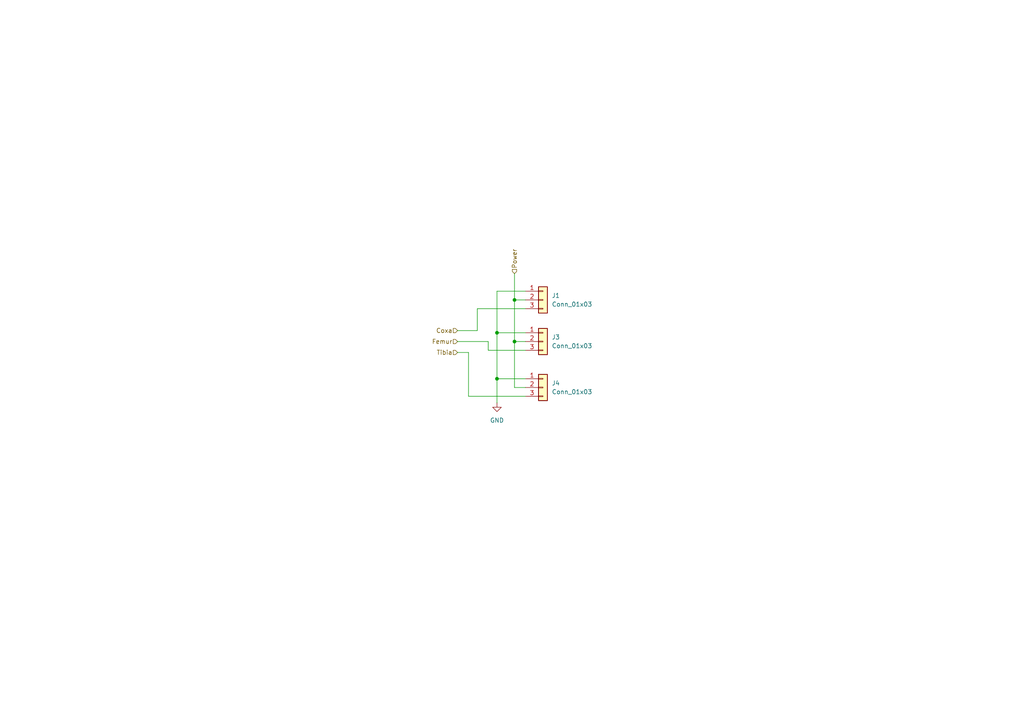
<source format=kicad_sch>
(kicad_sch (version 20230121) (generator eeschema)
  (paper "A4")
  (lib_symbols
    (symbol "Connector_Generic:Conn_01x03" (pin_names (offset 1.016) hide)
      (property "Reference" "J" (at 0 5.08 0))
      (property "Value" "Conn_01x03" (at 0 -5.08 0))
      (symbol "Conn_01x03_1_1"
        (rectangle (start -1.27 -2.413) (end 0 -2.667) (stroke (width 0.1524)))
        (rectangle (start -1.27 0.127) (end 0 -0.127) (stroke (width 0.1524)))
        (rectangle (start -1.27 2.667) (end 0 2.413) (stroke (width 0.1524)))
        (rectangle (start -1.27 3.81) (end 1.27 -3.81) (stroke (width 0.254)) (fill (type background)))
        (pin passive line (at -5.08 2.54 0) (length 3.81) (name "Pin_1") (number "1"))
        (pin passive line (at -5.08 0 0) (length 3.81) (name "Pin_2") (number "2"))
        (pin passive line (at -5.08 -2.54 0) (length 3.81) (name "Pin_3") (number "3"))
      )
    )
    (symbol "power:GND" (power) (pin_names (offset 0))
      (property "Value" "GND" (at 0 -3.81 0))
      (symbol "GND_0_1"
        (polyline (pts (xy 0 0) (xy 0 -1.27) (xy 1.27 -1.27) (xy 0 -2.54) (xy -1.27 -1.27) (xy 0 -1.27)))
      )
      (symbol "GND_1_1"
        (pin power_in line (at 0 0 270) (length 0) hide (name "GND") (number "1"))
      )
    )
  )
  (junction (at 144.145 109.855))
  (junction (at 144.145 96.52))
  (junction (at 149.225 99.06))
  (junction (at 149.225 86.995))
  (wire (pts (xy 138.43 89.535) (xy 152.4 89.535)))
  (wire (pts (xy 144.145 96.52) (xy 152.4 96.52)))
  (wire (pts (xy 135.89 102.235) (xy 132.715 102.235)))
  (wire (pts (xy 144.145 84.455) (xy 152.4 84.455)))
  (wire (pts (xy 149.225 112.395) (xy 152.4 112.395)))
  (wire (pts (xy 152.4 114.935) (xy 135.89 114.935)))
  (wire (pts (xy 149.225 99.06) (xy 149.225 112.395)))
  (wire (pts (xy 149.225 99.06) (xy 152.4 99.06)))
  (wire (pts (xy 138.43 95.885) (xy 138.43 89.535)))
  (wire (pts (xy 141.605 99.06) (xy 141.605 101.6)))
  (wire (pts (xy 132.715 99.06) (xy 141.605 99.06)))
  (wire (pts (xy 132.715 95.885) (xy 138.43 95.885)))
  (wire (pts (xy 144.145 96.52) (xy 144.145 84.455)))
  (wire (pts (xy 135.89 102.235) (xy 135.89 114.935)))
  (wire (pts (xy 149.225 79.375) (xy 149.225 86.995)))
  (wire (pts (xy 144.145 96.52) (xy 144.145 109.855)))
  (wire (pts (xy 149.225 86.995) (xy 149.225 99.06)))
  (wire (pts (xy 141.605 101.6) (xy 152.4 101.6)))
  (wire (pts (xy 152.4 86.995) (xy 149.225 86.995)))
  (wire (pts (xy 144.145 109.855) (xy 144.145 116.84)))
  (wire (pts (xy 144.145 109.855) (xy 152.4 109.855)))
  (hierarchical_label "Coxa" (shape input) (at 132.715 95.885 180))
  (hierarchical_label "Femur" (shape input) (at 132.715 99.06 180))
  (hierarchical_label "Power" (shape input) (at 149.225 79.375 90))
  (hierarchical_label "Tibia" (shape input) (at 132.715 102.235 180))
  (symbol (lib_id "power:GND") (at 144.145 116.84 0) (unit 1)
    (property "Reference" "#PWR02" (effects hide))
    (property "Value" "GND" (at 144.145 121.92 0))
    (instances (project "Hexapod PCB KiCad Project" (path "" (reference "#PWR02") (unit 1)) (path "" (reference "#PWR08") (unit 1)) (path "" (reference "#PWR010") (unit 1)) (path "" (reference "#PWR012") (unit 1)) (path "" (reference "#PWR014") (unit 1)) (path "" (reference "#PWR016") (unit 1))))
  )
  (symbol (lib_id "Connector_Generic:Conn_01x03") (at 157.48 112.395 0) (unit 1)
    (property "Reference" "J4" (at 160.02 111.125 0) (effects (justify left)))
    (property "Value" "Conn_01x03" (at 160.02 113.665 0) (effects (justify left)))
    (property "Footprint" "Connector_PinHeader_2.54mm:PinHeader_1x03_P2.54mm_Vertical" (effects hide))
    (instances (project "Hexapod PCB KiCad Project" (path "" (reference "J4") (unit 1)) (path "" (reference "Tib6") (unit 1)) (path "" (reference "Tib5") (unit 1)) (path "" (reference "Tib4") (unit 1)) (path "" (reference "Tib3") (unit 1)) (path "" (reference "Tib2") (unit 1)) (path "" (reference "Tib1") (unit 1))))
  )
  (symbol (lib_id "Connector_Generic:Conn_01x03") (at 157.48 99.06 0) (unit 1)
    (property "Reference" "J3" (at 160.02 97.79 0) (effects (justify left)))
    (property "Value" "Conn_01x03" (at 160.02 100.33 0) (effects (justify left)))
    (property "Footprint" "Connector_PinHeader_2.54mm:PinHeader_1x03_P2.54mm_Vertical" (effects hide))
    (instances (project "Hexapod PCB KiCad Project" (path "" (reference "J3") (unit 1)) (path "" (reference "Fem6") (unit 1)) (path "" (reference "Fem5") (unit 1)) (path "" (reference "Fem4") (unit 1)) (path "" (reference "Fem3") (unit 1)) (path "" (reference "Fem2") (unit 1)) (path "" (reference "Fem1") (unit 1))))
  )
  (symbol (lib_id "Connector_Generic:Conn_01x03") (at 157.48 86.995 0) (unit 1)
    (property "Reference" "J1" (at 160.02 85.725 0) (effects (justify left)))
    (property "Value" "Conn_01x03" (at 160.02 88.265 0) (effects (justify left)))
    (property "Footprint" "Connector_PinHeader_2.54mm:PinHeader_1x03_P2.54mm_Vertical" (effects hide))
    (instances (project "Hexapod PCB KiCad Project" (path "" (reference "J1") (unit 1)) (path "" (reference "Cox6") (unit 1)) (path "" (reference "Cox5") (unit 1)) (path "" (reference "Cox4") (unit 1)) (path "" (reference "Cox3") (unit 1)) (path "" (reference "Cox2") (unit 1)) (path "" (reference "Cox1") (unit 1))))
  )
)
</source>
